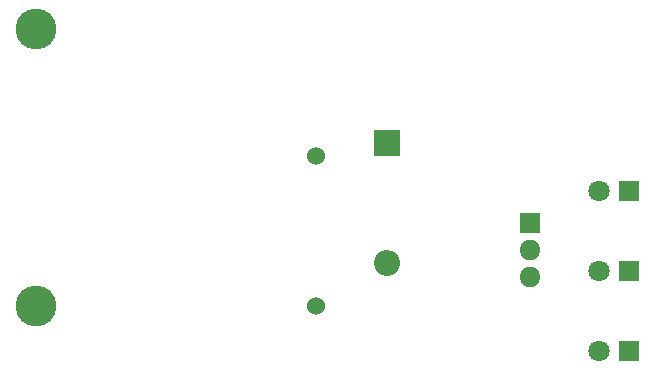
<source format=gbs>
%TF.GenerationSoftware,KiCad,Pcbnew,8.0.2*%
%TF.CreationDate,2024-06-08T15:24:55-07:00*%
%TF.ProjectId,heart,68656172-742e-46b6-9963-61645f706362,rev?*%
%TF.SameCoordinates,Original*%
%TF.FileFunction,Soldermask,Bot*%
%TF.FilePolarity,Negative*%
%FSLAX46Y46*%
G04 Gerber Fmt 4.6, Leading zero omitted, Abs format (unit mm)*
G04 Created by KiCad (PCBNEW 8.0.2) date 2024-06-08 15:24:55*
%MOMM*%
%LPD*%
G01*
G04 APERTURE LIST*
%ADD10R,1.800000X1.800000*%
%ADD11C,1.800000*%
%ADD12O,1.800000X1.710000*%
%ADD13R,1.800000X1.710000*%
%ADD14R,2.200000X2.200000*%
%ADD15O,2.200000X2.200000*%
%ADD16C,3.454400*%
%ADD17C,1.524000*%
G04 APERTURE END LIST*
D10*
%TO.C,D4*%
X169000000Y-118000000D03*
D11*
X166460000Y-118000000D03*
%TD*%
D10*
%TO.C,D3*%
X169000000Y-124750000D03*
D11*
X166460000Y-124750000D03*
%TD*%
D10*
%TO.C,D2*%
X169000000Y-131500000D03*
D11*
X166460000Y-131500000D03*
%TD*%
D12*
%TO.C,Q1*%
X160625000Y-125285000D03*
X160625000Y-123005000D03*
D13*
X160625000Y-120725000D03*
%TD*%
D14*
%TO.C,D1*%
X148500000Y-113920000D03*
D15*
X148500000Y-124080000D03*
%TD*%
D16*
%TO.C,BT1*%
X118776400Y-104255000D03*
X118776400Y-127750000D03*
D17*
X142500000Y-115050000D03*
X142500000Y-127750000D03*
%TD*%
M02*

</source>
